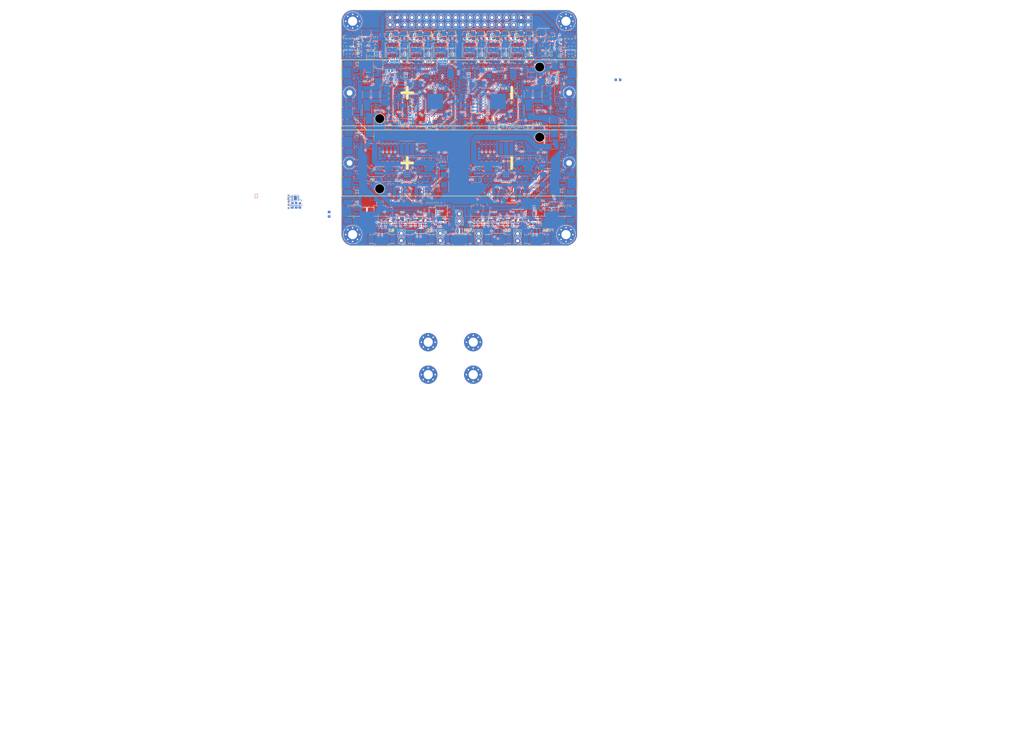
<source format=kicad_pcb>
(kicad_pcb (version 20210623) (generator pcbnew)

  (general
    (thickness 1)
  )

  (paper "A4")
  (title_block
    (title "BUTCube - EPS")
    (date "2021-08-20")
    (rev "v1.0")
    (company "VUT - FIT(STRaDe) & FME(IAE & IPE)")
    (comment 1 "Author: Petr Malaník")
  )

  (layers
    (0 "F.Cu" signal)
    (1 "In1.Cu" power)
    (2 "In2.Cu" mixed)
    (31 "B.Cu" signal)
    (32 "B.Adhes" user "B.Adhesive")
    (33 "F.Adhes" user "F.Adhesive")
    (34 "B.Paste" user)
    (35 "F.Paste" user)
    (36 "B.SilkS" user "B.Silkscreen")
    (37 "F.SilkS" user "F.Silkscreen")
    (38 "B.Mask" user)
    (39 "F.Mask" user)
    (40 "Dwgs.User" user "User.Drawings")
    (41 "Cmts.User" user "User.Comments")
    (42 "Eco1.User" user "User.Eco1")
    (43 "Eco2.User" user "User.Eco2")
    (44 "Edge.Cuts" user)
    (45 "Margin" user)
    (46 "B.CrtYd" user "B.Courtyard")
    (47 "F.CrtYd" user "F.Courtyard")
    (48 "B.Fab" user)
    (49 "F.Fab" user)
    (50 "User.1" user)
    (51 "User.2" user)
    (52 "User.3" user)
    (53 "User.4" user)
    (54 "User.5" user)
    (55 "User.6" user)
    (56 "User.7" user)
    (57 "User.8" user)
    (58 "User.9" user)
  )

  (setup
    (stackup
      (layer "F.SilkS" (type "Top Silk Screen"))
      (layer "F.Paste" (type "Top Solder Paste"))
      (layer "F.Mask" (type "Top Solder Mask") (color "Green") (thickness 0.01))
      (layer "F.Cu" (type "copper") (thickness 0.035))
      (layer "dielectric 1" (type "core") (thickness 0.28) (material "FR4") (epsilon_r 4.5) (loss_tangent 0.02))
      (layer "In1.Cu" (type "copper") (thickness 0.035))
      (layer "dielectric 2" (type "prepreg") (thickness 0.28) (material "FR4") (epsilon_r 4.5) (loss_tangent 0.02))
      (layer "In2.Cu" (type "copper") (thickness 0.035))
      (layer "dielectric 3" (type "core") (thickness 0.28) (material "FR4") (epsilon_r 4.5) (loss_tangent 0.02))
      (layer "B.Cu" (type "copper") (thickness 0.035))
      (layer "B.Mask" (type "Bottom Solder Mask") (color "Green") (thickness 0.01))
      (layer "B.Paste" (type "Bottom Solder Paste"))
      (layer "B.SilkS" (type "Bottom Silk Screen"))
      (copper_finish "Immersion gold")
      (dielectric_constraints no)
    )
    (pad_to_mask_clearance 0)
    (pcbplotparams
      (layerselection 0x00010fc_ffffffff)
      (disableapertmacros false)
      (usegerberextensions false)
      (usegerberattributes true)
      (usegerberadvancedattributes true)
      (creategerberjobfile true)
      (svguseinch false)
      (svgprecision 6)
      (excludeedgelayer true)
      (plotframeref false)
      (viasonmask false)
      (mode 1)
      (useauxorigin false)
      (hpglpennumber 1)
      (hpglpenspeed 20)
      (hpglpendiameter 15.000000)
      (dxfpolygonmode true)
      (dxfimperialunits true)
      (dxfusepcbnewfont true)
      (psnegative false)
      (psa4output false)
      (plotreference true)
      (plotvalue true)
      (plotinvisibletext false)
      (sketchpadsonfab false)
      (subtractmaskfromsilk false)
      (outputformat 1)
      (mirror false)
      (drillshape 1)
      (scaleselection 1)
      (outputdirectory "")
    )
  )

  (net 0 "")
  (net 1 "Net-(C1-Pad1)")
  (net 2 "VBUS")
  (net 3 "/Unit #1/MCU/MCU_POWER")
  (net 4 "/Unit #1/Battery charger/SOLAR_IN")
  (net 5 "/USB power/USB_POWER")
  (net 6 "Net-(C6-Pad1)")
  (net 7 "Net-(C6-Pad2)")
  (net 8 "Net-(C7-Pad1)")
  (net 9 "GND")
  (net 10 "Net-(C7-Pad2)")
  (net 11 "Net-(C8-Pad1)")
  (net 12 "/Unit #1/Battery charger/PMID")
  (net 13 "/Unit #1/Battery charger/SYS")
  (net 14 "/Unit #1/Battery charger/REGN")
  (net 15 "/Unit #1/Activation control/PWR_OUT")
  (net 16 "Net-(C29-Pad1)")
  (net 17 "/Unit #1/MCU/OUT_CUR")
  (net 18 "Net-(C32-Pad1)")
  (net 19 "/Unit #1/MCU/VREF")
  (net 20 "Net-(C47-Pad1)")
  (net 21 "/Unit #2/MCU/MCU_POWER")
  (net 22 "/Unit #2/Battery charger/SOLAR_IN")
  (net 23 "Net-(C52-Pad1)")
  (net 24 "Net-(C52-Pad2)")
  (net 25 "Net-(C53-Pad1)")
  (net 26 "Net-(C53-Pad2)")
  (net 27 "Net-(C54-Pad1)")
  (net 28 "/Unit #2/Battery charger/PMID")
  (net 29 "/Unit #2/Battery charger/SYS")
  (net 30 "/Unit #2/Battery charger/REGN")
  (net 31 "/Unit #2/Activation control/PWR_OUT")
  (net 32 "Net-(C75-Pad1)")
  (net 33 "/Unit #2/MCU/OUT_CUR")
  (net 34 "Net-(C78-Pad1)")
  (net 35 "/Unit #2/MCU/VREF")
  (net 36 "Net-(C93-Pad1)")
  (net 37 "Net-(C94-Pad1)")
  (net 38 "/Unit #1/Output control/PWR_OUT")
  (net 39 "Net-(C96-Pad1)")
  (net 40 "Net-(C97-Pad1)")
  (net 41 "/Unit #2/Output control/PWR_OUT")
  (net 42 "Net-(C101-Pad1)")
  (net 43 "Net-(C102-Pad1)")
  (net 44 "Net-(C106-Pad1)")
  (net 45 "Net-(C107-Pad1)")
  (net 46 "Net-(C111-Pad1)")
  (net 47 "Net-(C112-Pad1)")
  (net 48 "Net-(C116-Pad1)")
  (net 49 "Net-(C117-Pad1)")
  (net 50 "Net-(C121-Pad1)")
  (net 51 "Net-(C122-Pad1)")
  (net 52 "/Unit #1/ADC/VBAT_CUR")
  (net 53 "/Unit #2/ADC/VBAT_CUR")
  (net 54 "Net-(C129-Pad1)")
  (net 55 "Net-(C130-Pad1)")
  (net 56 "Net-(C131-Pad1)")
  (net 57 "Net-(C132-Pad1)")
  (net 58 "Net-(C133-Pad1)")
  (net 59 "/Unit #2/Activation control/Activation logic/PWR_IN")
  (net 60 "Net-(C138-Pad1)")
  (net 61 "Net-(C139-Pad1)")
  (net 62 "Net-(C140-Pad1)")
  (net 63 "Net-(C141-Pad1)")
  (net 64 "Net-(C142-Pad1)")
  (net 65 "/Unit #1/Activation control/Activation logic/PWR_IN")
  (net 66 "Net-(D2-Pad2)")
  (net 67 "/Stack connector/CAN_L")
  (net 68 "/Stack connector/CAN_H")
  (net 69 "/Unit #1/ADC/1V8_CUR")
  (net 70 "/Unit #2/ADC/1V8_CUR")
  (net 71 "/Unit #1/ADC/3V3_CUR")
  (net 72 "/Unit #2/ADC/3V3_CUR")
  (net 73 "/Unit #1/ADC/5V_CUR")
  (net 74 "/Unit #2/ADC/5V_CUR")
  (net 75 "/Unit #1/Activation control/PWR_IN")
  (net 76 "/Unit #1/MCU/POWER")
  (net 77 "Net-(F3-Pad2)")
  (net 78 "/Unit #2/Activation control/PWR_IN")
  (net 79 "/Unit #2/MCU/POWER")
  (net 80 "Net-(F6-Pad2)")
  (net 81 "Net-(F7-Pad1)")
  (net 82 "/Unit #1/1V8")
  (net 83 "Net-(F8-Pad1)")
  (net 84 "/Unit #2/1V8")
  (net 85 "Net-(F9-Pad1)")
  (net 86 "/Unit #1/3V3")
  (net 87 "Net-(F10-Pad1)")
  (net 88 "/Unit #2/3V3")
  (net 89 "Net-(F11-Pad1)")
  (net 90 "/Unit #1/5V")
  (net 91 "Net-(F12-Pad1)")
  (net 92 "/Unit #2/5V")
  (net 93 "Net-(F13-Pad1)")
  (net 94 "/Unit #1/VBAT")
  (net 95 "Net-(F14-Pad1)")
  (net 96 "/Unit #2/VBAT")
  (net 97 "Net-(J7-Pad1)")
  (net 98 "/Unit #1/MCU/DBG_TX")
  (net 99 "/Unit #1/MCU/DBG_RX")
  (net 100 "/Unit #1/MCU/SWCLK")
  (net 101 "/Unit #1/MCU/SWDIO")
  (net 102 "/Unit #1/Battery temperature control/NTC_OUT")
  (net 103 "Net-(J11-Pad1)")
  (net 104 "/Stack connector/EPS#1_CHARGE")
  (net 105 "/Stack connector/RS_485_~{B}")
  (net 106 "/Stack connector/RS_485_A")
  (net 107 "/Stack connector/EPS#2_CHARGE")
  (net 108 "Net-(J19-Pad1)")
  (net 109 "/Unit #2/MCU/DBG_TX")
  (net 110 "/Unit #2/MCU/DBG_RX")
  (net 111 "/Unit #2/MCU/SWCLK")
  (net 112 "/Unit #2/MCU/SWDIO")
  (net 113 "/Unit #2/Battery temperature control/NTC_OUT")
  (net 114 "Net-(J23-Pad1)")
  (net 115 "/Activation switches/RBF_PIN")
  (net 116 "/Activation switches/SW_#1")
  (net 117 "/Activation switches/SW_#2")
  (net 118 "/Activation switches/SW_#3")
  (net 119 "/Activation switches/SW_#4")
  (net 120 "Net-(JP1-Pad2)")
  (net 121 "Net-(JP2-Pad1)")
  (net 122 "/Unit #1/MCU/NRST")
  (net 123 "Net-(JP3-Pad1)")
  (net 124 "Net-(JP3-Pad2)")
  (net 125 "Net-(JP4-Pad2)")
  (net 126 "Net-(JP5-Pad1)")
  (net 127 "/Unit #2/MCU/NRST")
  (net 128 "Net-(JP6-Pad1)")
  (net 129 "Net-(JP6-Pad2)")
  (net 130 "Net-(L3-Pad1)")
  (net 131 "Net-(L3-Pad2)")
  (net 132 "Net-(L4-Pad1)")
  (net 133 "Net-(L4-Pad2)")
  (net 134 "Net-(L5-Pad1)")
  (net 135 "Net-(L5-Pad2)")
  (net 136 "Net-(L6-Pad1)")
  (net 137 "Net-(L6-Pad2)")
  (net 138 "Net-(L7-Pad1)")
  (net 139 "Net-(L7-Pad2)")
  (net 140 "Net-(L8-Pad1)")
  (net 141 "Net-(L8-Pad2)")
  (net 142 "Net-(Q1-PadG1)")
  (net 143 "Net-(Q1-PadS1)")
  (net 144 "Net-(Q2-PadG1)")
  (net 145 "Net-(Q2-PadS1)")
  (net 146 "/Unit #1/Activation control/Activation logic/SEP_EN")
  (net 147 "Net-(Q3-Pad5)")
  (net 148 "/Unit #1/Activation control/Activation logic/RBF_EN")
  (net 149 "Net-(Q5-Pad1)")
  (net 150 "Net-(Q5-Pad3)")
  (net 151 "Net-(Q7-Pad1)")
  (net 152 "Net-(Q7-Pad4)")
  (net 153 "Net-(Q7-Pad5)")
  (net 154 "Net-(Q9-PadG1)")
  (net 155 "Net-(Q9-PadS1)")
  (net 156 "Net-(Q10-PadG1)")
  (net 157 "Net-(Q10-PadS1)")
  (net 158 "/Unit #2/Activation control/Activation logic/SEP_EN")
  (net 159 "Net-(Q11-Pad5)")
  (net 160 "/Unit #2/Activation control/Activation logic/RBF_EN")
  (net 161 "Net-(Q13-Pad1)")
  (net 162 "Net-(Q13-Pad3)")
  (net 163 "Net-(Q15-Pad1)")
  (net 164 "Net-(Q15-Pad4)")
  (net 165 "Net-(Q15-Pad5)")
  (net 166 "Net-(Q17-Pad4)")
  (net 167 "Net-(Q17-Pad5)")
  (net 168 "Net-(Q18-Pad1)")
  (net 169 "Net-(Q18-Pad4)")
  (net 170 "Net-(Q19-Pad4)")
  (net 171 "Net-(Q19-Pad5)")
  (net 172 "Net-(Q20-Pad1)")
  (net 173 "Net-(Q20-Pad4)")
  (net 174 "/Unit #1/Power supplies/Power_supply_1V8/PER_POWER")
  (net 175 "/Unit #1/MCU/1V8_EN")
  (net 176 "/Unit #2/Power supplies/Power_supply_1V8/PER_POWER")
  (net 177 "/Unit #2/MCU/1V8_EN")
  (net 178 "/Unit #1/MCU/3V3_EN")
  (net 179 "/Unit #2/MCU/3V3_EN")
  (net 180 "/Unit #1/Power supplies/Power_supply_5V/PER_POWER")
  (net 181 "/Unit #1/MCU/5V_EN")
  (net 182 "/Unit #2/Power supplies/Power_supply_5V/PER_POWER")
  (net 183 "/Unit #2/MCU/5V_EN")
  (net 184 "Net-(Q27-Pad1)")
  (net 185 "/Unit #1/MCU/VBAT_EN")
  (net 186 "Net-(Q28-Pad1)")
  (net 187 "/Unit #2/MCU/VBAT_EN")
  (net 188 "/Unit #1/Battery charger/D+")
  (net 189 "/Unit #1/Battery charger/D-")
  (net 190 "Net-(R5-Pad2)")
  (net 191 "Net-(R6-Pad2)")
  (net 192 "Net-(R7-Pad1)")
  (net 193 "Net-(R8-Pad2)")
  (net 194 "Net-(D1-Pad2)")
  (net 195 "Net-(R11-Pad1)")
  (net 196 "Net-(R16-Pad2)")
  (net 197 "Net-(R17-Pad2)")
  (net 198 "Net-(R18-Pad2)")
  (net 199 "Net-(R21-Pad2)")
  (net 200 "Net-(R22-Pad1)")
  (net 201 "Net-(R24-Pad2)")
  (net 202 "/Unit #1/MCU/VBAT")
  (net 203 "/Unit #1/MCU/VDDUSB")
  (net 204 "Net-(R30-Pad1)")
  (net 205 "/Unit #1/MCU/CAN_RS")
  (net 206 "/Unit #1/MCU/RS_485_R_EN")
  (net 207 "/Unit #1/MCU/RS_485_T_EN")
  (net 208 "/Unit #1/Battery temperature control/EN")
  (net 209 "/Unit #1/Battery temperature control/NTC_REF")
  (net 210 "/Unit #2/Battery charger/D+")
  (net 211 "/Unit #2/Battery charger/D-")
  (net 212 "Net-(R47-Pad2)")
  (net 213 "Net-(R57-Pad2)")
  (net 214 "/Unit #2/MCU/VBAT")
  (net 215 "/Unit #2/MCU/VDDUSB")
  (net 216 "/Unit #2/MCU/CAN_RS")
  (net 217 "/Unit #2/MCU/RS_485_R_EN")
  (net 218 "/Unit #2/MCU/RS_485_T_EN")
  (net 219 "/Unit #2/Battery temperature control/EN")
  (net 220 "/Unit #2/Battery temperature control/NTC_REF")
  (net 221 "Net-(R82-Pad1)")
  (net 222 "Net-(R91-Pad2)")
  (net 223 "Net-(R98-Pad2)")
  (net 224 "Net-(R105-Pad2)")
  (net 225 "Net-(R112-Pad2)")
  (net 226 "Net-(R119-Pad2)")
  (net 227 "/Unit #1/Battery temperature control/~{FAULT}")
  (net 228 "/Unit #2/Battery temperature control/~{FAULT}")
  (net 229 "Net-(TP61-Pad1)")
  (net 230 "Net-(TP62-Pad1)")
  (net 231 "Net-(TP63-Pad1)")
  (net 232 "Net-(TP64-Pad1)")
  (net 233 "Net-(TP67-Pad1)")
  (net 234 "Net-(TP69-Pad1)")
  (net 235 "Net-(TP70-Pad1)")
  (net 236 "Net-(TP71-Pad1)")
  (net 237 "Net-(TP72-Pad1)")
  (net 238 "Net-(TP75-Pad1)")
  (net 239 "/Unit #1/ADC/~{CS}")
  (net 240 "/Unit #1/MCU/SPI_MISO")
  (net 241 "/Unit #1/MCU/SPI_SCK")
  (net 242 "/Unit #1/MCU/SPI_MOSI")
  (net 243 "Net-(D1-Pad1)")
  (net 244 "/Unit #1/Battery charger/SCL")
  (net 245 "/Unit #1/Battery charger/SDA")
  (net 246 "/Unit #1/Battery charger/~{INT}")
  (net 247 "/Unit #1/MCU/WDG_RESET")
  (net 248 "/Unit #1/MCU/FRAM_CS")
  (net 249 "/Unit #1/MCU/LSE")
  (net 250 "/Unit #1/MCU/HSE")
  (net 251 "/Unit #1/Battery charger/BAT_ALERT")
  (net 252 "/Unit #1/MCU/RS_485_R")
  (net 253 "/Unit #1/MCU/RS_485_T")
  (net 254 "/Unit #1/MCU/CAN_RX")
  (net 255 "/Unit #1/MCU/CAN_TX")
  (net 256 "/Unit #2/ADC/~{CS}")
  (net 257 "/Unit #2/MCU/SPI_MISO")
  (net 258 "/Unit #2/MCU/SPI_SCK")
  (net 259 "/Unit #2/MCU/SPI_MOSI")
  (net 260 "Net-(D5-Pad1)")
  (net 261 "/Unit #2/Battery charger/SCL")
  (net 262 "/Unit #2/Battery charger/SDA")
  (net 263 "/Unit #2/Battery charger/~{INT}")
  (net 264 "/Unit #2/MCU/WDG_RESET")
  (net 265 "/Unit #2/MCU/FRAM_CS")
  (net 266 "/Unit #2/MCU/LSE")
  (net 267 "/Unit #2/MCU/HSE")
  (net 268 "/Unit #2/Battery charger/BAT_ALERT")
  (net 269 "/Unit #2/MCU/RS_485_R")
  (net 270 "/Unit #2/MCU/RS_485_T")
  (net 271 "/Unit #2/MCU/CAN_RX")
  (net 272 "/Unit #2/MCU/CAN_TX")
  (net 273 "Net-(U52-Pad6)")
  (net 274 "Net-(U53-Pad8)")
  (net 275 "Net-(U54-Pad12)")
  (net 276 "Net-(U48-Pad6)")
  (net 277 "Net-(U48-Pad8)")
  (net 278 "Net-(U48-Pad12)")
  (net 279 "Net-(U49-Pad10)")
  (net 280 "Net-(U49-Pad8)")
  (net 281 "Net-(U49-Pad12)")
  (net 282 "Net-(U50-Pad12)")
  (net 283 "Net-(U52-Pad8)")
  (net 284 "Net-(U52-Pad12)")
  (net 285 "Net-(U53-Pad10)")
  (net 286 "Net-(U53-Pad12)")
  (net 287 "Net-(D4-Pad1)")
  (net 288 "Net-(D7-Pad1)")
  (net 289 "Net-(D7-Pad2)")
  (net 290 "Net-(D8-Pad2)")
  (net 291 "Net-(D10-Pad1)")
  (net 292 "Net-(D11-Pad1)")
  (net 293 "/Unit #1/MCU/LED1")
  (net 294 "/Unit #1/MCU/LED2")
  (net 295 "Net-(R41-Pad1)")
  (net 296 "Net-(R46-Pad2)")
  (net 297 "Net-(R48-Pad1)")
  (net 298 "Net-(R49-Pad2)")
  (net 299 "Net-(R52-Pad1)")
  (net 300 "Net-(R58-Pad2)")
  (net 301 "Net-(R59-Pad2)")
  (net 302 "Net-(R62-Pad2)")
  (net 303 "Net-(R63-Pad1)")
  (net 304 "Net-(R65-Pad2)")
  (net 305 "Net-(R71-Pad1)")
  (net 306 "/Unit #2/MCU/LED1")
  (net 307 "/Unit #2/MCU/LED2")
  (net 308 "Net-(R84-Pad1)")
  (net 309 "Net-(R86-Pad1)")
  (net 310 "Net-(R88-Pad2)")
  (net 311 "Net-(R89-Pad1)")
  (net 312 "Net-(R95-Pad2)")
  (net 313 "Net-(R96-Pad1)")
  (net 314 "Net-(R102-Pad2)")
  (net 315 "Net-(R103-Pad1)")
  (net 316 "Net-(R109-Pad2)")
  (net 317 "Net-(R110-Pad1)")
  (net 318 "Net-(R116-Pad2)")
  (net 319 "Net-(R117-Pad1)")
  (net 320 "Net-(R123-Pad2)")
  (net 321 "Net-(R124-Pad1)")
  (net 322 "Net-(R126-Pad2)")
  (net 323 "Net-(R132-Pad2)")
  (net 324 "Net-(R137-Pad2)")
  (net 325 "/Unit #1/Battery charger/BAT+")
  (net 326 "/Unit #2/Battery charger/BAT+")
  (net 327 "/Unit #1/ADC/VBAT_DIV")
  (net 328 "/Unit #1/ADC/3V3_DIV")
  (net 329 "/Unit #1/ADC/5V_DIV")
  (net 330 "/Unit #2/ADC/VBAT_DIV")
  (net 331 "/Unit #2/ADC/3V3_DIV")
  (net 332 "/Unit #2/ADC/5V_DIV")
  (net 333 "unconnected-(J12-Pad11)")
  (net 334 "unconnected-(J12-Pad12)")
  (net 335 "unconnected-(J12-Pad13)")
  (net 336 "unconnected-(J12-Pad14)")
  (net 337 "unconnected-(J12-Pad15)")
  (net 338 "unconnected-(J12-Pad16)")
  (net 339 "unconnected-(J12-Pad17)")
  (net 340 "unconnected-(J12-Pad18)")
  (net 341 "unconnected-(J12-Pad23)")
  (net 342 "unconnected-(J12-Pad24)")
  (net 343 "unconnected-(J12-Pad25)")
  (net 344 "unconnected-(J12-Pad26)")
  (net 345 "unconnected-(J12-Pad27)")
  (net 346 "unconnected-(J12-Pad28)")
  (net 347 "unconnected-(J12-Pad29)")
  (net 348 "unconnected-(J12-Pad30)")
  (net 349 "/Unit #1/ADC/CONV_EN")
  (net 350 "Net-(Q29-Pad3)")
  (net 351 "Net-(Q30-Pad3)")
  (net 352 "Net-(Q31-Pad3)")
  (net 353 "/Unit #2/ADC/CONV_EN")
  (net 354 "Net-(Q32-Pad3)")
  (net 355 "Net-(Q33-Pad3)")
  (net 356 "Net-(Q34-Pad3)")
  (net 357 "unconnected-(U6-Pad3)")
  (net 358 "unconnected-(U8-Pad3)")
  (net 359 "unconnected-(U9-Pad4)")
  (net 360 "unconnected-(U9-Pad10)")
  (net 361 "unconnected-(U10-Pad3)")
  (net 362 "unconnected-(U12-Pad7)")
  (net 363 "unconnected-(U19-Pad3)")
  (net 364 "unconnected-(U21-Pad3)")
  (net 365 "unconnected-(U22-Pad4)")
  (net 366 "unconnected-(U22-Pad10)")
  (net 367 "unconnected-(U23-Pad3)")
  (net 368 "unconnected-(U25-Pad7)")
  (net 369 "unconnected-(U27-Pad1)")
  (net 370 "unconnected-(U30-Pad1)")
  (net 371 "unconnected-(U50-Pad8)")
  (net 372 "unconnected-(U54-Pad8)")
  (net 373 "unconnected-(X1-Pad1)")
  (net 374 "unconnected-(X3-Pad1)")

  (footprint "Diode_SMD:D_SOD-323F" (layer "F.Cu") (at 95.1 59.325 180))

  (footprint "TCY_passives:R_0603_1608Metric" (layer "F.Cu") (at 163.8 54.2 90))

  (footprint "TCY_passives:R_0603_1608Metric" (layer "F.Cu") (at 93.1 53.725 90))

  (footprint "TCY_passives:D_0603_1608Metric" (layer "F.Cu") (at 86.3 56.8 -90))

  (footprint "MountingHole:MountingHole_3.2mm_M3_Pad_Via" (layer "F.Cu") (at 89 122.5))

  (footprint "TCY_passives:R_0603_1608Metric" (layer "F.Cu") (at 107.05 58.2))

  (footprint "TCY_connectors:TestPoint_Pad_D0.5mm" (layer "F.Cu") (at 158.4 59.9))

  (footprint "TCY_connectors:Amphenol_10114830-11102LF_1x02_P1.25mm_Horizontal" (layer "F.Cu") (at 99.25 122))

  (footprint "TCY_passives:R_0603_1608Metric" (layer "F.Cu") (at 113.7 118.2 -90))

  (footprint "TCY_passives:R_0603_1608Metric" (layer "F.Cu") (at 151.187255 118.138244 -90))

  (footprint "TCY_passives:R_0603_1608Metric" (layer "F.Cu") (at 162.6 54.2 -90))

  (footprint "TCY_IC:DFN-3_1.2x1.2mm" (layer "F.Cu") (at 161 53.7))

  (footprint "Connector_PinHeader_2.54mm:PinHeader_1x02_P2.54mm_Vertical" (layer "F.Cu") (at 146.6 124.675 180))

  (footprint "TCY_passives:R_0603_1608Metric" (layer "F.Cu") (at 115.45 55.4))

  (footprint "TCY_passives:R_0603_1608Metric" (layer "F.Cu") (at 150.8 54 180))

  (footprint "TCY_passives:R_0603_1608Metric" (layer "F.Cu") (at 89.9 54.2 90))

  (footprint "TCY_passives:R_0603_1608Metric" (layer "F.Cu") (at 131.987255 118.138244 90))

  (footprint "TCY_passives:D_0603_1608Metric" (layer "F.Cu") (at 86.3 54.2 -90))

  (footprint "TCY_passives:C_0603_1608Metric" (layer "F.Cu") (at 165 54.2 90))

  (footprint "TCY_passives:R_0603_1608Metric" (layer "F.Cu") (at 88.7 54.2 -90))

  (footprint "TCY_connectors:TestPoint_Pad_D0.5mm" (layer "F.Cu") (at 114.675 59.5))

  (footprint "TCY_passives:R_0603_1608Metric" (layer "F.Cu") (at 89.9 56.8 90))

  (footprint "TCY_connectors:TestPoint_Pad_D0.5mm" (layer "F.Cu") (at 107.825 59.5))

  (footprint "TCY_connectors:TestPoint_Pad_D0.5mm" (layer "F.Cu") (at 124.625 59.5))

  (footprint "TCY_IC:DFN-3_1.2x1.2mm" (layer "F.Cu") (at 91.5 54.7 180))

  (footprint "Diode_SMD:D_SOD-323F" (layer "F.Cu") (at 106.7 52.25 180))

  (footprint "TCY_passives:C_0603_1608Metric" (layer "F.Cu") (at 138.787255 118.138244 -90))

  (footprint "TCY_passives:R_0603_1608Metric" (layer "F.Cu") (at 120.5 118.2 90))

  (footprint "Diode_SMD:D_SOD-323F" (layer "F.Cu") (at 133.65 52.25 180))

  (footprint "Package_DFN_QFN:UQFN-10_1.4x1.8mm_P0.4mm" (layer "F.Cu") (at 157.2 56.6))

  (footprint "TCY_connectors:TestPoint_Pad_D0.5mm" (layer "F.Cu") (at 105.35 54.7))

  (footprint "TCY_passives:C_0603_1608Metric" (layer "F.Cu") (at 93.6 56.625 90))

  (footprint "TCY_passives:C_0603_1608Metric" (layer "F.Cu") (at 115.45 60.7))

  (footprint "TCY_connectors:TestPoint_Pad_D0.5mm" (layer "F.Cu") (at 143.175 59.5))

  (footprint "TCY_connectors:Amphenol_10114830-11102LF_1x02_P1.25mm_Horizontal" (layer "F.Cu") (at 126.25 122.02))

  (footprint "TCY_passives:R_0603_1608Metric" (layer "F.Cu") (at 123.85 54 180))

  (footprint "TCY_passives:RV_3x3.6" (layer "F.Cu") (at 102.6 53 90))

  (footprint "TCY_passives:R_0603_1608Metric" (layer "F.Cu") (at 137.187255 118.138244 90))

  (footprint "TCY_passives:R_0603_1608Metric" (layer "F.Cu") (at 115.3 118.2 90))

  (footprint "TCY_passives:R_0603_1608Metric" (layer "F.Cu") (at 147.587255 118.138244 90))

  (footprint "TCY_connectors:TestPoint_Pad_D0.5mm" (layer "F.Cu") (at 158.4 58.7))

  (footprint "TCY_IC:DFN-3_1.2x1.2mm" (layer "F.Cu") (at 161 58.9))

  (footprint "TCY_passives:C_0603_1608Metric" (layer "F.Cu") (at 154.387255 118.138244 -90))

  (footprint "TCY_passives:C_0603_1608Metric" (layer "F.Cu") (at 106.5 118.2 -90))

  (footprint "Diode_SMD:D_SOD-323F" (layer "F.Cu") (at 123.5 52.25 180))

  (footprint "TCY_passives:R_0603_1608Metric" (layer "F.Cu") (at 94.5 53.725 90))

  (footprint "TCY_connectors:TestPoint_Pad_D0.5mm" (layer "F.Cu") (at 140.7 54.7))

  (footprint "TCY_connectors:TestPoint_Pad_D0.5mm" (layer "F.Cu") (at 150.025 59.5))

  (footprint "TCY_passives:R_0603_1608Metric" (layer "F.Cu") (at 145.987255 118.138244 -90))

  (footprint "TCY_passives:R_0603_1608Metric" (layer "F.Cu") (at 150.8 56.8 180))

  (footprint "TCY_passives:R_0603_1608Metric" (layer "F.Cu") (at 89.9 59.4 90))

  (footprint "Inductor_SMD:L_Taiyo-Yuden_MD-5050" (layer "F.Cu") (at 129.9 58.1 -90))

  (footprint "TCY_passives:C_0603_1608Metric" (layer "F.Cu") (at 156.9 53.675 90))

  (footprint "TCY_connectors:TestPoint_Pad_D0.5mm" (layer "F.Cu") (at 97.4 59.925))

  (footprint "TCY_connectors:TestPoint_Pad_D0.5mm" (layer "F.Cu") (at 132.3 54.7))

  (footprint "MountingHole:MountingHole_3.2mm_M3_Pad_Via" (layer "F.Cu") (at 131.12 160.06))

  (footprint "Inductor_SMD:L_Taiyo-Yuden_MD-5050" (layer "F.Cu") (at 119.75 58.1 -90))

  (footprint "TCY_passives:R_0603_1608Metric" (layer "F.Cu") (at 155.5 53.7 90))

  (footprint "TCY_passives:R_0603_1608Metric" (layer "F.Cu") (at 150.8 58.2))

  (footprint "Connector_PinHeader_2.54mm:PinHeader_1x02_P2.54mm_Vertical" (layer "F.Cu") (at 106 124.6 180))

  (footprint "TCY_passives:R_0603_1608Metric" (layer "F.Cu") (at 107.05 54 180))

  (footprint "TCY_passives:C_0603_1608Metric" (layer "F.Cu") (at 165 59.4 90))

  (footprint "MountingHole:MountingHole_3.2mm_M3_Pad_Via" (layer "F.Cu") (at 131.12 171.4))

  (footprint "TCY_passives:R_0603_1608Metric" (layer "F.Cu") (at 150.8 55.4))

  (footprint "TCY_passives:C_0603_1608Metric" (layer "F.Cu")
    (tedit 612761EB) (tstamp 6de1803c-e001-4c3f-8af1-994b12330671)
    (at 116.9 118.2 -90)
    (descr "Capacitor SMD 0603 (1608 Metric), square (rectangular) end terminal, IPC_7351 nominal, (Body size source: IPC-SM-782 page 76, https://www.pcb-3d.com/wordpress/wp-content/uploads/ipc-sm-782a_amendment_1_and_2.pdf), generated with kicad-footprint-generator")
    (tags "capacitor")
    (property "Sheetfile" "Activation_logic.kicad_sch")
    (property "Sheetname" "Activation logic")
    (path "/3fbfe5f5-450c-4c51-813c-f3d5ddddd4e3/855c8417-ab94-4328-91c9-4e7cdd76a6fe/3e102a28-d5a4-4d2c-b73e-7fe3de18252f/f444c82e-bfd4-43c4-ad99-599ee10a62d3")
    (attr smd)
    (fp_text reference "C142" (at 0 -1.43 -90) (layer "F.SilkS") hide
      (effects (font (size 1 1) (thickness 0.15)))
      (tstamp 28c671c8-9321-4752-b33e-509ab608bb29)
    )
    (fp_text value "100nF" (at 0 1.43 -90) (layer "F.Fab")
      (effects (font (size 1 1) (thickness 0.15)))
      (tstamp f26243ce-ed8d-4e1d-bb68-6711d1c548ca)
    )
    (fp_text user "${REFERENCE}" (at 0 0 -90) (layer "F.Fab") hide
      (effects (font (size 0.4 0.4) (thickness 0.06)))
      (tstamp 0c90640f-70b0-4a4e-8904-2c219c398027)
    )
    (fp_line (start -0.14058 0.45) (end 0.14058 0.45) (layer "F.SilkS") (width 0.12) (tstamp 526ea572-701d-4b43-9866-ade3b3639b27))
    (fp_line (start -0.14058 -0.45) (end 0.14058 -0.45) (layer "F.SilkS") (width 0.12) (tstamp 69d80e71-8a2c-4530-8d6d-dfe21d47e6c6))
    (fp_line (start 1.25 0.6) (end -1.25 0.6) (layer "F.CrtYd") (width 0.05) (tstamp 03c988f0-fa63-486c-a06a-98bba0c6227b))
    (fp_line (start -1.25 -0.6) (end 1.25 -0.6) (layer "F.CrtYd") (width 0.05) (tstamp 4af2a973-ac35-4841-b4f3-7c203eefb93d))
    (fp_line (start 1.25 -0.6) (end 1.25 0.6) (layer "F.CrtYd") (width 0.05) (tstamp 75e3f2f9-d473-4a0b-a6ee-414745589bd5))
    (fp_line (start -1.25 0.6) (end -1.25 -0.6) (layer "F.CrtYd") (width 0.05) (tstamp 9ca673bf-a584-4f2c-85f1-db71e467dc95))
    (fp_line (start -0.8 -0.4) (end 0.8 -0.4) (layer "F.Fab") (width 0.1) (tstamp 178e7c79-1a3a-49a9-a9c9-7a29f49d71b6))
    (fp_line (start 0.8 -0.4) (end 0.8 0.4) (layer "F.Fab") (width 0.1) (tst
... [8546331 chars truncated]
</source>
